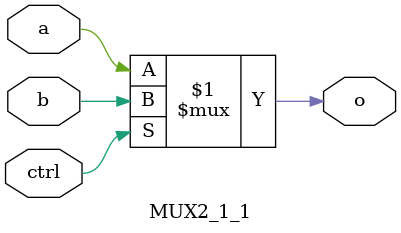
<source format=v>

module MUX2_1_1(
	input a,
	input b,
	input ctrl,
	output o
	);

	assign o = ctrl ? b : a;

endmodule

</source>
